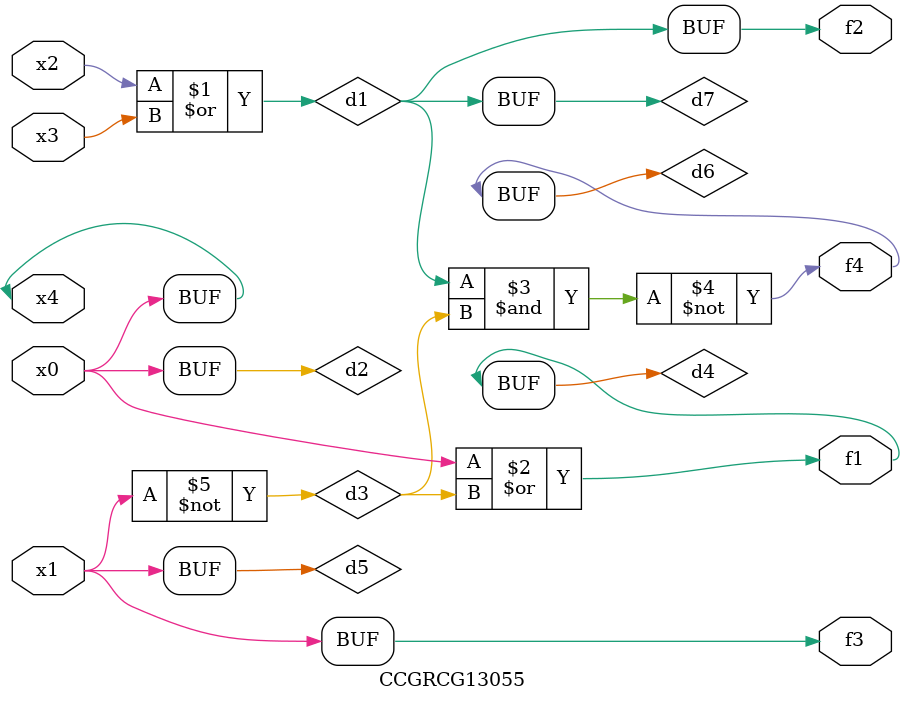
<source format=v>
module CCGRCG13055(
	input x0, x1, x2, x3, x4,
	output f1, f2, f3, f4
);

	wire d1, d2, d3, d4, d5, d6, d7;

	or (d1, x2, x3);
	buf (d2, x0, x4);
	not (d3, x1);
	or (d4, d2, d3);
	not (d5, d3);
	nand (d6, d1, d3);
	or (d7, d1);
	assign f1 = d4;
	assign f2 = d7;
	assign f3 = d5;
	assign f4 = d6;
endmodule

</source>
